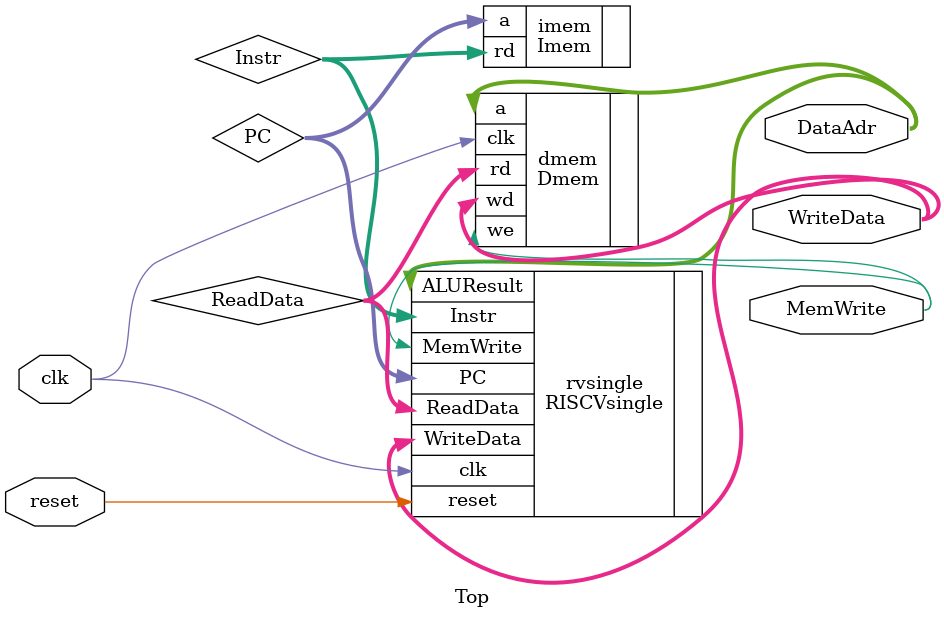
<source format=v>
`timescale 1ns / 1ps

module Top(
	input 		  clk,reset,
	
	output [31:0] WriteData,DataAdr,
	output 		  MemWrite
);

wire [31:0] PC,Instr,ReadData;

//instantiate processor and memories
RISCVsingle rvsingle(
	.clk(clk),
	.reset(reset),
    .Instr(Instr),
    .ReadData(ReadData),
    
    .PC(PC),
    .MemWrite(MemWrite),
    .ALUResult(DataAdr),
	.WriteData(WriteData)
);
Imem imem(
	.a(PC),
	
	.rd(Instr)
);
Dmem dmem(
	.clk(clk), 
	.we(MemWrite),
    .a(DataAdr), 
	.wd(WriteData),
    
    .rd(ReadData)
);

endmodule
</source>
